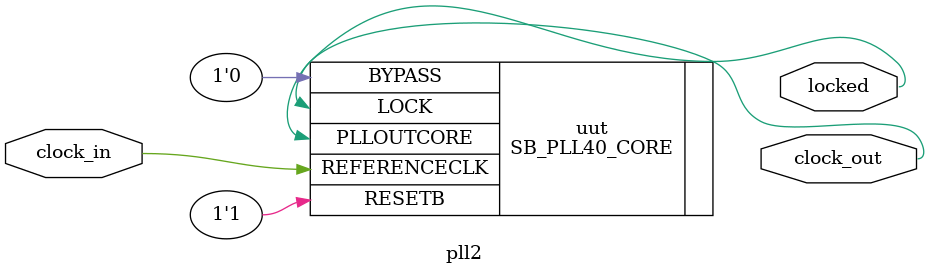
<source format=v>
/**
 * PLL configuration
 *
 * This Verilog module was generated automatically
 * using the icepll tool from the IceStorm project.
 * Use at your own risk.
 *
 * Given input frequency:        12.000 MHz
 * Requested output frequency:  275.000 MHz
 * Achieved output frequency:   276.000 MHz
 */

// 60 MHZ
module pll2(
	input  clock_in,
	output clock_out,
	output locked
	);

SB_PLL40_CORE #(
		.FEEDBACK_PATH("SIMPLE"),
		.DIVR(4'b0000),		// DIVR =  0
		.DIVF(7'b1010100),	// DIVF = 22
		.DIVQ(3'b100),		// DIVQ =  1
		.FILTER_RANGE(3'b110)	// FILTER_RANGE = 1
	) uut (
		.LOCK(locked),
		.RESETB(1'b1),
		.BYPASS(1'b0),
		.REFERENCECLK(clock_in),
		.PLLOUTCORE(clock_out)
		);

endmodule

</source>
